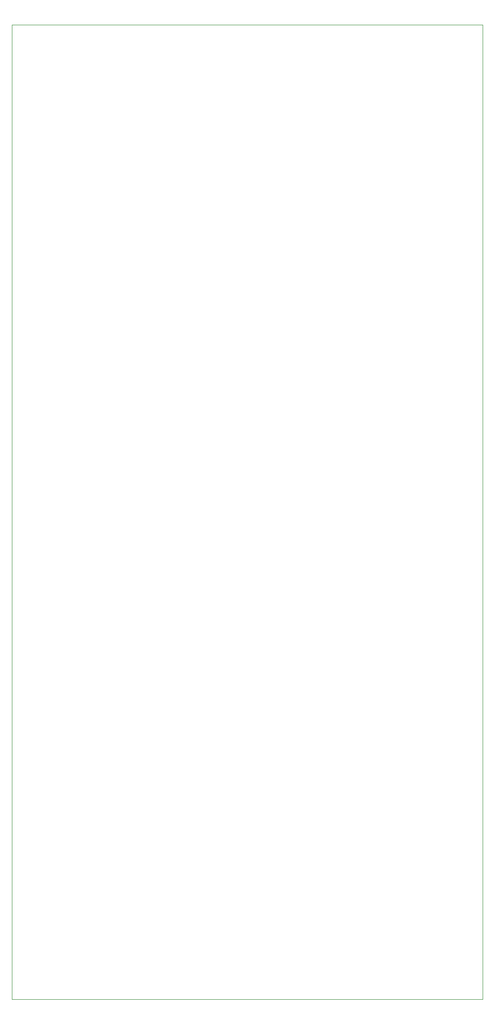
<source format=gbr>
%TF.GenerationSoftware,KiCad,Pcbnew,(5.1.6)-1*%
%TF.CreationDate,2023-02-11T22:10:46+01:00*%
%TF.ProjectId,CapteursVoiture,43617074-6575-4727-9356-6f6974757265,rev?*%
%TF.SameCoordinates,Original*%
%TF.FileFunction,Profile,NP*%
%FSLAX46Y46*%
G04 Gerber Fmt 4.6, Leading zero omitted, Abs format (unit mm)*
G04 Created by KiCad (PCBNEW (5.1.6)-1) date 2023-02-11 22:10:46*
%MOMM*%
%LPD*%
G01*
G04 APERTURE LIST*
%TA.AperFunction,Profile*%
%ADD10C,0.100000*%
%TD*%
G04 APERTURE END LIST*
D10*
X117475000Y-29210000D02*
X117475000Y-202565000D01*
X33655000Y-29210000D02*
X117475000Y-29210000D01*
X33655000Y-202565000D02*
X33655000Y-29210000D01*
X117475000Y-202565000D02*
X33655000Y-202565000D01*
M02*

</source>
